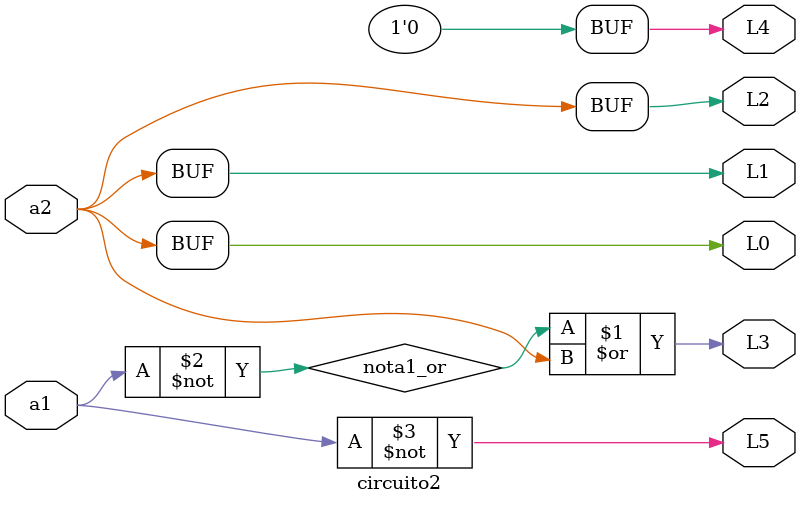
<source format=v>
module circuito2(L0, L1, L2, L3, L4, L5, a1, a2);
//		entradas e saidas
	input a1, a2;
	output L0, L1, L2, L3, L4, L5;
	assign L0 = a2;
	assign L1 = a2;
	assign L2 = a2;
	assign L4 = 0;
	
//		fios
	wire nota1_or;
	
// 	porta
	not nota1(nota1_or, a1);
	or or1(L3, nota1_or, a2);
	not nota1_2(L5, a1);
	
endmodule 
</source>
